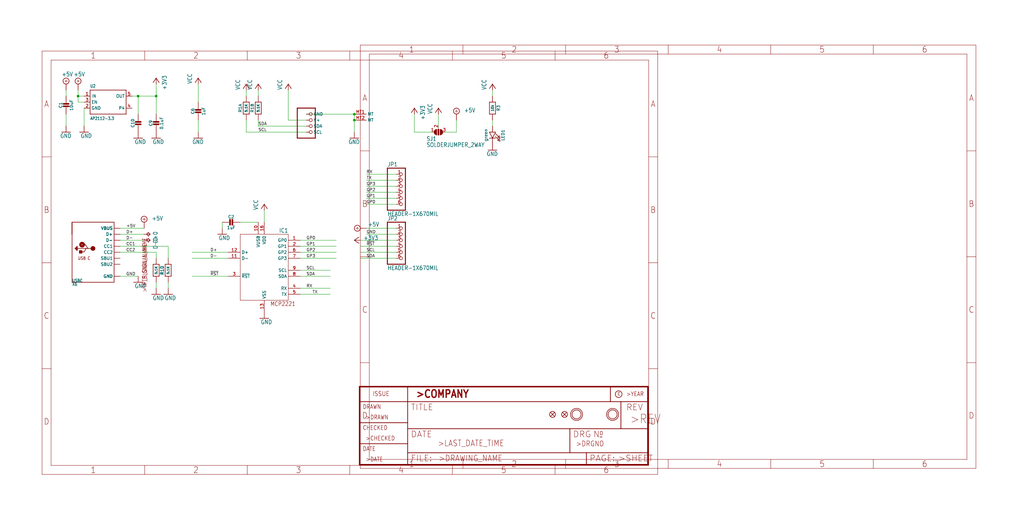
<source format=kicad_sch>
(kicad_sch (version 20211123) (generator eeschema)
  (paper "User" 433.07 220.421)
  (lib_symbols
    (symbol "eagleSchem-eagle-import:+3V3" (power)
      (property "Value" "+3V3" (at -2.54 -5.08 90))
      (symbol "+3V3_1_0"
        (polyline (pts (xy 0 0) (xy -1.27 -1.905)) (stroke (width 0.254)))
        (polyline (pts (xy 1.27 -1.905) (xy 0 0)) (stroke (width 0.254)))
        (pin power_in line (at 0 -2.54 90) (length 2.54) (name "+3V3") (number "1"))
      )
    )
    (symbol "eagleSchem-eagle-import:+5V" (power)
      (property "Value" "+5V" (at -1.905 3.175 0))
      (symbol "+5V_1_0"
        (polyline (pts (xy -0.635 1.27) (xy 0.635 1.27)) (stroke (width 0.1524)))
        (polyline (pts (xy 0 0.635) (xy 0 1.905)) (stroke (width 0.1524)))
        (circle (center 0 1.27) (radius 1.27) (stroke (width 0.254)))
        (pin power_in line (at 0 -2.54 90) (length 2.54) (name "+5V") (number "1"))
      )
    )
    (symbol "eagleSchem-eagle-import:CAP_CERAMIC0603_NO"
      (property "Reference" "C" (at -2.29 1.25 90))
      (property "Value" "CAP_CERAMIC0603_NO" (at 2.3 1.25 90))
      (symbol "CAP_CERAMIC0603_NO_1_0"
        (rectangle (start -1.27 0.508) (end 1.27 1.016) (fill (type outline)))
        (rectangle (start -1.27 1.524) (end 1.27 2.032) (fill (type outline)))
        (polyline (pts (xy 0 0.762) (xy 0 0)) (stroke (width 0.1524)))
        (polyline (pts (xy 0 2.54) (xy 0 1.778)) (stroke (width 0.1524)))
        (pin passive line (at 0 5.08 270) (length 2.54) (name "1") (number "1"))
        (pin passive line (at 0 -2.54 90) (length 2.54) (name "2") (number "2"))
      )
    )
    (symbol "eagleSchem-eagle-import:CAP_CERAMIC0805-NOOUTLINE"
      (property "Reference" "C" (at -2.29 1.25 90))
      (property "Value" "CAP_CERAMIC0805-NOOUTLINE" (at 2.3 1.25 90))
      (symbol "CAP_CERAMIC0805-NOOUTLINE_1_0"
        (rectangle (start -1.27 0.508) (end 1.27 1.016) (fill (type outline)))
        (rectangle (start -1.27 1.524) (end 1.27 2.032) (fill (type outline)))
        (polyline (pts (xy 0 0.762) (xy 0 0)) (stroke (width 0.1524)))
        (polyline (pts (xy 0 2.54) (xy 0 1.778)) (stroke (width 0.1524)))
        (pin passive line (at 0 5.08 270) (length 2.54) (name "1") (number "1"))
        (pin passive line (at 0 -2.54 90) (length 2.54) (name "2") (number "2"))
      )
    )
    (symbol "eagleSchem-eagle-import:FIDUCIAL_1MM"
      (symbol "FIDUCIAL_1MM_1_0"
        (polyline (pts (xy -0.762 0.762) (xy 0.762 -0.762)) (stroke (width 0.254)))
        (polyline (pts (xy 0.762 0.762) (xy -0.762 -0.762)) (stroke (width 0.254)))
        (circle (center 0 0) (radius 1.27) (stroke (width 0.254)))
      )
    )
    (symbol "eagleSchem-eagle-import:FRAME_A4"
      (symbol "FRAME_A4_0_0"
        (polyline (pts (xy 0 44.7675) (xy 3.81 44.7675)))
        (polyline (pts (xy 0 89.535) (xy 3.81 89.535)))
        (polyline (pts (xy 0 134.3025) (xy 3.81 134.3025)))
        (polyline (pts (xy 3.81 3.81) (xy 3.81 175.26)))
        (polyline (pts (xy 43.3917 0) (xy 43.3917 3.81)))
        (polyline (pts (xy 43.3917 175.26) (xy 43.3917 179.07)))
        (polyline (pts (xy 86.7833 0) (xy 86.7833 3.81)))
        (polyline (pts (xy 86.7833 175.26) (xy 86.7833 179.07)))
        (polyline (pts (xy 130.175 0) (xy 130.175 3.81)))
        (polyline (pts (xy 130.175 175.26) (xy 130.175 179.07)))
        (polyline (pts (xy 173.5667 0) (xy 173.5667 3.81)))
        (polyline (pts (xy 173.5667 175.26) (xy 173.5667 179.07)))
        (polyline (pts (xy 216.9583 0) (xy 216.9583 3.81)))
        (polyline (pts (xy 216.9583 175.26) (xy 216.9583 179.07)))
        (polyline (pts (xy 256.54 3.81) (xy 3.81 3.81)))
        (polyline (pts (xy 256.54 3.81) (xy 256.54 175.26)))
        (polyline (pts (xy 256.54 44.7675) (xy 260.35 44.7675)))
        (polyline (pts (xy 256.54 89.535) (xy 260.35 89.535)))
        (polyline (pts (xy 256.54 134.3025) (xy 260.35 134.3025)))
        (polyline (pts (xy 256.54 175.26) (xy 3.81 175.26)))
        (polyline (pts (xy 0 0) (xy 260.35 0) (xy 260.35 179.07) (xy 0 179.07) (xy 0 0)))
        (text "1" (at 21.6958 1.905 0) (effects (font (size 2.54 2.286))))
        (text "1" (at 21.6958 177.165 0) (effects (font (size 2.54 2.286))))
        (text "2" (at 65.0875 1.905 0) (effects (font (size 2.54 2.286))))
        (text "2" (at 65.0875 177.165 0) (effects (font (size 2.54 2.286))))
        (text "3" (at 108.4792 1.905 0) (effects (font (size 2.54 2.286))))
        (text "3" (at 108.4792 177.165 0) (effects (font (size 2.54 2.286))))
        (text "4" (at 151.8708 1.905 0) (effects (font (size 2.54 2.286))))
        (text "4" (at 151.8708 177.165 0) (effects (font (size 2.54 2.286))))
        (text "5" (at 195.2625 1.905 0) (effects (font (size 2.54 2.286))))
        (text "5" (at 195.2625 177.165 0) (effects (font (size 2.54 2.286))))
        (text "6" (at 238.6542 1.905 0) (effects (font (size 2.54 2.286))))
        (text "6" (at 238.6542 177.165 0) (effects (font (size 2.54 2.286))))
        (text "A" (at 1.905 156.6863 0) (effects (font (size 2.54 2.286))))
        (text "A" (at 258.445 156.6863 0) (effects (font (size 2.54 2.286))))
        (text "B" (at 1.905 111.9188 0) (effects (font (size 2.54 2.286))))
        (text "B" (at 258.445 111.9188 0) (effects (font (size 2.54 2.286))))
        (text "C" (at 1.905 67.1513 0) (effects (font (size 2.54 2.286))))
        (text "C" (at 258.445 67.1513 0) (effects (font (size 2.54 2.286))))
        (text "D" (at 1.905 22.3838 0) (effects (font (size 2.54 2.286))))
        (text "D" (at 258.445 22.3838 0) (effects (font (size 2.54 2.286))))
      )
      (symbol "FRAME_A4_1_0"
        (polyline (pts (xy 256.54 3.81) (xy 256.54 8.89)) (stroke (width 0.1016)))
        (polyline (pts (xy 256.54 8.89) (xy 256.54 13.97)) (stroke (width 0.1016)))
        (polyline (pts (xy 256.54 13.97) (xy 256.54 19.05)) (stroke (width 0.1016)))
        (polyline (pts (xy 256.54 19.05) (xy 256.54 36.83)) (stroke (width 0.1016)))
      )
      (symbol "FRAME_A4_2_0"
        (polyline (pts (xy -0.3048 1.5748) (xy 20.0152 1.5748)) (stroke (width 0.6096)))
        (polyline (pts (xy -0.3048 10.4648) (xy -0.3048 1.5748)) (stroke (width 0.6096)))
        (polyline (pts (xy -0.3048 10.4648) (xy 20.0152 10.4648)) (stroke (width 0.3048)))
        (polyline (pts (xy -0.3048 19.3548) (xy -0.3048 10.4648)) (stroke (width 0.6096)))
        (polyline (pts (xy -0.3048 19.3548) (xy 20.0152 19.3548)) (stroke (width 0.3048)))
        (polyline (pts (xy -0.3048 28.2448) (xy -0.3048 19.3548)) (stroke (width 0.6096)))
        (polyline (pts (xy -0.3048 28.2448) (xy 20.0152 28.2448)) (stroke (width 0.3048)))
        (polyline (pts (xy -0.3048 34.5948) (xy -0.3048 28.2448)) (stroke (width 0.6096)))
        (polyline (pts (xy 20.0152 1.5748) (xy 20.0152 6.6548)) (stroke (width 0.3048)))
        (polyline (pts (xy 20.0152 1.5748) (xy 95.5802 1.5748)) (stroke (width 0.6096)))
        (polyline (pts (xy 20.0152 6.6548) (xy 20.0152 10.4648)) (stroke (width 0.3048)))
        (polyline (pts (xy 20.0152 6.6548) (xy 88.5952 6.6548)) (stroke (width 0.3048)))
        (polyline (pts (xy 20.0152 10.4648) (xy 20.0152 16.8148)) (stroke (width 0.3048)))
        (polyline (pts (xy 20.0152 16.8148) (xy 20.0152 19.3548)) (stroke (width 0.3048)))
        (polyline (pts (xy 20.0152 19.3548) (xy 20.0152 28.2448)) (stroke (width 0.3048)))
        (polyline (pts (xy 20.0152 28.2448) (xy 20.0152 34.5948)) (stroke (width 0.3048)))
        (polyline (pts (xy 20.0152 28.2448) (xy 105.7402 28.2448)) (stroke (width 0.3048)))
        (polyline (pts (xy 20.0152 34.5948) (xy -0.3048 34.5948)) (stroke (width 0.6096)))
        (polyline (pts (xy 88.5952 6.6548) (xy 95.5802 6.6548)) (stroke (width 0.3048)))
        (polyline (pts (xy 88.5952 16.8148) (xy 20.0152 16.8148)) (stroke (width 0.3048)))
        (polyline (pts (xy 88.5952 16.8148) (xy 88.5952 6.6548)) (stroke (width 0.3048)))
        (polyline (pts (xy 95.5802 1.5748) (xy 121.6152 1.5748)) (stroke (width 0.6096)))
        (polyline (pts (xy 95.5802 6.6548) (xy 95.5802 1.5748)) (stroke (width 0.3048)))
        (polyline (pts (xy 95.5802 6.6548) (xy 121.6152 6.6548)) (stroke (width 0.3048)))
        (polyline (pts (xy 101.2952 13.3223) (xy 102.2477 13.3223)) (stroke (width 0.254)))
        (polyline (pts (xy 105.7402 28.2448) (xy 105.7402 34.5948)) (stroke (width 0.3048)))
        (polyline (pts (xy 105.7402 28.2448) (xy 110.1852 28.2448)) (stroke (width 0.3048)))
        (polyline (pts (xy 105.7402 34.5948) (xy 20.0152 34.5948)) (stroke (width 0.6096)))
        (polyline (pts (xy 110.1852 16.8148) (xy 88.5952 16.8148)) (stroke (width 0.3048)))
        (polyline (pts (xy 110.1852 28.2448) (xy 110.1852 16.8148)) (stroke (width 0.3048)))
        (polyline (pts (xy 110.1852 28.2448) (xy 121.6152 28.2448)) (stroke (width 0.3048)))
        (polyline (pts (xy 121.6152 6.6548) (xy 121.6152 1.5748)) (stroke (width 0.6096)))
        (polyline (pts (xy 121.6152 16.8148) (xy 110.1852 16.8148)) (stroke (width 0.3048)))
        (polyline (pts (xy 121.6152 16.8148) (xy 121.6152 6.6548)) (stroke (width 0.6096)))
        (polyline (pts (xy 121.6152 28.2448) (xy 121.6152 16.8148)) (stroke (width 0.6096)))
        (polyline (pts (xy 121.6152 34.5948) (xy 105.7402 34.5948)) (stroke (width 0.6096)))
        (polyline (pts (xy 121.6152 34.5948) (xy 121.6152 28.2448)) (stroke (width 0.6096)))
        (circle (center 109.2327 31.4198) (radius 1.4199) (stroke (width 0.254)))
        (text ">CHECKED" (at 2.2352 11.7348 0) (effects (font (size 1.778 1.5113)) (justify left bottom)))
        (text ">COMPANY" (at 23.349 29.6735 0) (effects (font (size 3.175 2.6987) (thickness 0.5397) bold) (justify left bottom)))
        (text ">DATE" (at 2.2352 2.8448 0) (effects (font (size 1.778 1.5113)) (justify left bottom)))
        (text ">DRAWING_NAME" (at 33.0327 2.8448 0) (effects (font (size 2.54 2.159)) (justify left bottom)))
        (text ">DRAWN" (at 2.2352 20.6248 0) (effects (font (size 1.778 1.5113)) (justify left bottom)))
        (text ">DRGNO" (at 91.1352 9.1948 0) (effects (font (size 2.1844 1.8567)) (justify left bottom)))
        (text ">LAST_DATE_TIME" (at 32.7152 9.1948 0) (effects (font (size 2.54 2.159)) (justify left bottom)))
        (text ">REV" (at 113.9952 18.7198 0) (effects (font (size 3.81 3.2385)) (justify left bottom)))
        (text ">SHEET" (at 108.9152 2.8448 0) (effects (font (size 2.54 2.54)) (justify left bottom)))
        (text ">YEAR" (at 112.4077 30.4673 0) (effects (font (size 1.778 1.5113)) (justify left bottom)))
        (text "C" (at 108.7564 30.7848 0) (effects (font (size 1.27 1.0795)) (justify left bottom)))
        (text "CHECKED" (at 0.9652 16.1798 0) (effects (font (size 1.778 1.5113)) (justify left bottom)))
        (text "DATE" (at 0.9652 7.2898 0) (effects (font (size 1.778 1.5113)) (justify left bottom)))
        (text "DATE" (at 21.2852 13.0048 0) (effects (font (size 2.54 2.54)) (justify left bottom)))
        (text "DRAWN" (at 0.9652 25.0698 0) (effects (font (size 1.778 1.5113)) (justify left bottom)))
        (text "DRG" (at 89.8652 13.0048 0) (effects (font (size 2.54 2.54)) (justify left bottom)))
        (text "FILE:" (at 21.2852 2.8448 0) (effects (font (size 2.54 2.54)) (justify left bottom)))
        (text "ISSUE" (at 5.0927 30.4673 0) (effects (font (size 1.9304 1.6408)) (justify left bottom)))
        (text "N" (at 98.4377 13.0048 0) (effects (font (size 2.54 2.54)) (justify left bottom)))
        (text "o" (at 100.9777 13.9573 0) (effects (font (size 2.1844 1.8567)) (justify left bottom)))
        (text "PAGE:" (at 96.8502 2.8448 0) (effects (font (size 2.54 2.54)) (justify left bottom)))
        (text "REV" (at 112.4077 24.4348 0) (effects (font (size 2.54 2.54)) (justify left bottom)))
        (text "TITLE" (at 21.2852 24.4348 0) (effects (font (size 2.54 2.54)) (justify left bottom)))
      )
    )
    (symbol "eagleSchem-eagle-import:GND" (power)
      (property "Value" "GND" (at -2.54 -2.54 0))
      (symbol "GND_1_0"
        (polyline (pts (xy -1.905 0) (xy 1.905 0)) (stroke (width 0.254)))
        (pin power_in line (at 0 2.54 270) (length 2.54) (name "GND") (number "1"))
      )
    )
    (symbol "eagleSchem-eagle-import:HEADER-1X670MIL"
      (property "Reference" "JP" (at -6.35 10.795 0))
      (property "Value" "HEADER-1X670MIL" (at -6.35 -10.16 0))
      (symbol "HEADER-1X670MIL_1_0"
        (polyline (pts (xy -6.35 -7.62) (xy 1.27 -7.62)) (stroke (width 0.4064)))
        (polyline (pts (xy -6.35 10.16) (xy -6.35 -7.62)) (stroke (width 0.4064)))
        (polyline (pts (xy 1.27 -7.62) (xy 1.27 10.16)) (stroke (width 0.4064)))
        (polyline (pts (xy 1.27 10.16) (xy -6.35 10.16)) (stroke (width 0.4064)))
        (pin passive inverted (at -2.54 7.62 0) (length 2.54) (name "1") (number "1"))
        (pin passive inverted (at -2.54 5.08 0) (length 2.54) (name "2") (number "2"))
        (pin passive inverted (at -2.54 2.54 0) (length 2.54) (name "3") (number "3"))
        (pin passive inverted (at -2.54 0 0) (length 2.54) (name "4") (number "4"))
        (pin passive inverted (at -2.54 -2.54 0) (length 2.54) (name "5") (number "5"))
        (pin passive inverted (at -2.54 -5.08 0) (length 2.54) (name "6") (number "6"))
      )
    )
    (symbol "eagleSchem-eagle-import:LED0603_NOOUTLINE"
      (property "Reference" "D" (at -1.27 4.445 0))
      (property "Value" "LED0603_NOOUTLINE" (at -1.27 -2.794 0))
      (symbol "LED0603_NOOUTLINE_1_0"
        (polyline (pts (xy -2.54 -1.27) (xy 0 0)) (stroke (width 0.254)))
        (polyline (pts (xy -2.54 1.27) (xy -2.54 -1.27)) (stroke (width 0.254)))
        (polyline (pts (xy -1.905 1.27) (xy -0.635 2.54)) (stroke (width 0.254)))
        (polyline (pts (xy -0.9525 2.8575) (xy -0.3175 2.2225)) (stroke (width 0.254)))
        (polyline (pts (xy -0.635 1.27) (xy 0.635 2.54)) (stroke (width 0.254)))
        (polyline (pts (xy -0.3175 2.2225) (xy 0 3.175)) (stroke (width 0.254)))
        (polyline (pts (xy 0 0) (xy -2.54 1.27)) (stroke (width 0.254)))
        (polyline (pts (xy 0 0) (xy 0 -1.27)) (stroke (width 0.254)))
        (polyline (pts (xy 0 1.27) (xy 0 0)) (stroke (width 0.254)))
        (polyline (pts (xy 0 3.175) (xy -0.9525 2.8575)) (stroke (width 0.254)))
        (polyline (pts (xy 0.3175 2.8575) (xy 0.9525 2.2225)) (stroke (width 0.254)))
        (polyline (pts (xy 0.9525 2.2225) (xy 1.27 3.175)) (stroke (width 0.254)))
        (polyline (pts (xy 1.27 3.175) (xy 0.3175 2.8575)) (stroke (width 0.254)))
        (pin passive line (at -5.08 0 0) (length 2.54) (name "A") (number "A"))
        (pin passive line (at 2.54 0 180) (length 2.54) (name "C") (number "C"))
      )
    )
    (symbol "eagleSchem-eagle-import:MCP2221_ML"
      (property "Reference" "IC" (at 10.16 15.24 0))
      (symbol "MCP2221_ML_1_0"
        (polyline (pts (xy -10.16 -15.24) (xy -10.16 12.7)) (stroke (width 0.1524)))
        (polyline (pts (xy -10.16 12.7) (xy 10.16 12.7)) (stroke (width 0.1524)))
        (polyline (pts (xy 10.16 -15.24) (xy -10.16 -15.24)) (stroke (width 0.1524)))
        (polyline (pts (xy 10.16 12.7) (xy 10.16 -15.24)) (stroke (width 0.1524)))
        (text "MCP2221" (at 2.54 -17.78 0) (effects (font (size 1.778 1.5113)) (justify left bottom)))
        (pin bidirectional line (at 15.24 10.16 180) (length 5.08) (name "GP0") (number "1"))
        (pin power_in line (at -2.54 17.78 270) (length 5.08) (name "VUSB") (number "10"))
        (pin bidirectional line (at -15.24 2.54 0) (length 5.08) (name "D-") (number "11"))
        (pin bidirectional line (at -15.24 5.08 0) (length 5.08) (name "D+") (number "12"))
        (pin power_in line (at 0 -20.32 90) (length 5.08) (name "VSS") (number "13"))
        (pin power_in line (at 0 17.78 270) (length 5.08) (name "VDD") (number "16"))
        (pin bidirectional line (at 15.24 7.62 180) (length 5.08) (name "GP1") (number "2"))
        (pin input line (at -15.24 -5.08 0) (length 5.08) (name "~{RST}") (number "3"))
        (pin bidirectional line (at 15.24 -10.16 180) (length 5.08) (name "RX") (number "4"))
        (pin bidirectional line (at 15.24 -12.7 180) (length 5.08) (name "TX") (number "5"))
        (pin bidirectional line (at 15.24 5.08 180) (length 5.08) (name "GP2") (number "6"))
        (pin bidirectional line (at 15.24 2.54 180) (length 5.08) (name "GP3") (number "7"))
        (pin bidirectional line (at 15.24 -5.08 180) (length 5.08) (name "SDA") (number "8"))
        (pin bidirectional line (at 15.24 -2.54 180) (length 5.08) (name "SCL") (number "9"))
      )
    )
    (symbol "eagleSchem-eagle-import:MOUNTINGHOLE2.5"
      (symbol "MOUNTINGHOLE2.5_1_0"
        (circle (center 0 0) (radius 1.905) (stroke (width 0.254)))
        (circle (center 0 0) (radius 2.54) (stroke (width 0.254)))
      )
    )
    (symbol "eagleSchem-eagle-import:RESISTOR_0603_NOOUT"
      (property "Reference" "R" (at 0 2.54 0))
      (property "Value" "RESISTOR_0603_NOOUT" (at 0 0 0))
      (symbol "RESISTOR_0603_NOOUT_1_0"
        (polyline (pts (xy -2.54 -1.27) (xy -2.54 1.27)) (stroke (width 0.254)))
        (polyline (pts (xy -2.54 1.27) (xy 2.54 1.27)) (stroke (width 0.254)))
        (polyline (pts (xy 2.54 -1.27) (xy -2.54 -1.27)) (stroke (width 0.254)))
        (polyline (pts (xy 2.54 1.27) (xy 2.54 -1.27)) (stroke (width 0.254)))
        (pin passive line (at -5.08 0 0) (length 2.54) (name "1") (number "1"))
        (pin passive line (at 5.08 0 180) (length 2.54) (name "2") (number "2"))
      )
    )
    (symbol "eagleSchem-eagle-import:RESISTOR_4PACK"
      (property "Reference" "R" (at 0 2.54 0))
      (property "Value" "RESISTOR_4PACK" (at 0 0 0))
      (symbol "RESISTOR_4PACK_1_0"
        (polyline (pts (xy -2.54 -1.27) (xy -2.54 1.27)) (stroke (width 0.254)))
        (polyline (pts (xy -2.54 1.27) (xy 2.54 1.27)) (stroke (width 0.254)))
        (polyline (pts (xy 2.54 -1.27) (xy -2.54 -1.27)) (stroke (width 0.254)))
        (polyline (pts (xy 2.54 1.27) (xy 2.54 -1.27)) (stroke (width 0.254)))
        (pin passive line (at -5.08 0 0) (length 2.54) (name "1") (number "1"))
        (pin passive line (at 5.08 0 180) (length 2.54) (name "2") (number "8"))
      )
      (symbol "RESISTOR_4PACK_2_0"
        (polyline (pts (xy -2.54 -1.27) (xy -2.54 1.27)) (stroke (width 0.254)))
        (polyline (pts (xy -2.54 1.27) (xy 2.54 1.27)) (stroke (width 0.254)))
        (polyline (pts (xy 2.54 -1.27) (xy -2.54 -1.27)) (stroke (width 0.254)))
        (polyline (pts (xy 2.54 1.27) (xy 2.54 -1.27)) (stroke (width 0.254)))
        (pin passive line (at -5.08 0 0) (length 2.54) (name "1") (number "2"))
        (pin passive line (at 5.08 0 180) (length 2.54) (name "2") (number "7"))
      )
      (symbol "RESISTOR_4PACK_3_0"
        (polyline (pts (xy -2.54 -1.27) (xy -2.54 1.27)) (stroke (width 0.254)))
        (polyline (pts (xy -2.54 1.27) (xy 2.54 1.27)) (stroke (width 0.254)))
        (polyline (pts (xy 2.54 -1.27) (xy -2.54 -1.27)) (stroke (width 0.254)))
        (polyline (pts (xy 2.54 1.27) (xy 2.54 -1.27)) (stroke (width 0.254)))
        (pin passive line (at -5.08 0 0) (length 2.54) (name "1") (number "3"))
        (pin passive line (at 5.08 0 180) (length 2.54) (name "2") (number "6"))
      )
      (symbol "RESISTOR_4PACK_4_0"
        (polyline (pts (xy -2.54 -1.27) (xy -2.54 1.27)) (stroke (width 0.254)))
        (polyline (pts (xy -2.54 1.27) (xy 2.54 1.27)) (stroke (width 0.254)))
        (polyline (pts (xy 2.54 -1.27) (xy -2.54 -1.27)) (stroke (width 0.254)))
        (polyline (pts (xy 2.54 1.27) (xy 2.54 -1.27)) (stroke (width 0.254)))
        (pin passive line (at -5.08 0 0) (length 2.54) (name "1") (number "4"))
        (pin passive line (at 5.08 0 180) (length 2.54) (name "2") (number "5"))
      )
    )
    (symbol "eagleSchem-eagle-import:SOLDERJUMPER_2WAY"
      (property "Reference" "SJ" (at -5.08 -3.81 0))
      (property "Value" "SOLDERJUMPER_2WAY" (at -5.08 -6.35 0))
      (symbol "SOLDERJUMPER_2WAY_1_0"
        (arc (start -0.635 1.27) (mid -1.905 0) (end -0.635 -1.27) (stroke (width 0.0001)) (fill (type outline)))
        (rectangle (start -0.254 -1.27) (end 0.254 1.27) (fill (type outline)))
        (polyline (pts (xy -2.54 0) (xy -1.651 0)) (stroke (width 0.1524)))
        (polyline (pts (xy 0 2.54) (xy 0 0.381)) (stroke (width 0.1524)))
        (polyline (pts (xy 2.54 0) (xy 1.651 0)) (stroke (width 0.1524)))
        (arc (start 0.635 -1.27) (mid 1.905 0) (end 0.635 1.27) (stroke (width 0.0001)) (fill (type outline)))
        (pin passive line (at -2.54 0 0) (length 0) (name "1") (number "1"))
        (pin passive line (at 0 2.54 270) (length 0) (name "2") (number "2"))
        (pin passive line (at 2.54 0 180) (length 0) (name "3") (number "3"))
      )
    )
    (symbol "eagleSchem-eagle-import:STEMMA_I2C_QT"
      (symbol "STEMMA_I2C_QT_1_0"
        (polyline (pts (xy -3.81 -5.08) (xy 3.81 -5.08)) (stroke (width 0.4064)))
        (polyline (pts (xy -3.81 7.62) (xy -3.81 -5.08)) (stroke (width 0.4064)))
        (polyline (pts (xy 3.81 -5.08) (xy 3.81 7.62)) (stroke (width 0.4064)))
        (polyline (pts (xy 3.81 7.62) (xy -3.81 7.62)) (stroke (width 0.4064)))
        (pin passive inverted (at 0 5.08 0) (length 2.54) (name "GND") (number "1"))
        (pin passive inverted (at 0 2.54 0) (length 2.54) (name "V+") (number "2"))
        (pin passive inverted (at 0 0 0) (length 2.54) (name "SDA") (number "3"))
        (pin passive inverted (at 0 -2.54 0) (length 2.54) (name "SCL") (number "4"))
      )
      (symbol "STEMMA_I2C_QT_2_0"
        (pin bidirectional line (at 0 0 0) (length 5.08) (name "MT") (number "MT1"))
      )
      (symbol "STEMMA_I2C_QT_3_0"
        (pin bidirectional line (at 0 0 0) (length 5.08) (name "MT") (number "MT2"))
      )
    )
    (symbol "eagleSchem-eagle-import:TPTP17R"
      (property "Reference" "TP" (at -1.27 1.27 0))
      (symbol "TPTP17R_1_0"
        (polyline (pts (xy -0.762 -0.762) (xy 0 0)) (stroke (width 0.254)))
        (polyline (pts (xy 0 -1.524) (xy -0.762 -0.762)) (stroke (width 0.254)))
        (polyline (pts (xy 0 0) (xy 0.762 -0.762)) (stroke (width 0.254)))
        (polyline (pts (xy 0.762 -0.762) (xy 0 -1.524)) (stroke (width 0.254)))
        (text ">TP_SIGNAL_NAME" (at 1.27 -1.27 0) (effects (font (size 1.778 1.5113)) (justify left bottom)))
        (pin input line (at 0 -2.54 90) (length 2.54) (name "TP") (number "TP"))
      )
    )
    (symbol "eagleSchem-eagle-import:USB_C"
      (property "Reference" "X" (at -10.16 13.716 0))
      (property "Value" "USB_C" (at -10.16 -15.24 0))
      (symbol "USB_C_1_0"
        (rectangle (start -7.12 -0.45) (end -5.92 0.75) (fill (type outline)))
        (circle (center -5.92 3.2) (radius 0.2) (stroke (width 1)))
        (circle (center -1.32 1.6) (radius 0.5) (stroke (width 1)))
        (polyline (pts (xy -10.2 7.62) (xy -10.16 12.7)) (stroke (width 0.254)))
        (polyline (pts (xy -10.16 -12.7) (xy 7.62 -12.7)) (stroke (width 0.254)))
        (polyline (pts (xy -10.16 12.7) (xy -10.16 -12.7)) (stroke (width 0.254)))
        (polyline (pts (xy -10.16 12.7) (xy 7.62 12.7)) (stroke (width 0.254)))
        (polyline (pts (xy -8.92 1.6) (xy -8.12 2.4)) (stroke (width 0.254)))
        (polyline (pts (xy -8.52 1.4) (xy -8.32 1.2)) (stroke (width 0.254)))
        (polyline (pts (xy -8.52 1.6) (xy -8.52 1.4)) (stroke (width 0.254)))
        (polyline (pts (xy -8.32 1.2) (xy -8.32 2)) (stroke (width 0.254)))
        (polyline (pts (xy -8.32 2) (xy -8.72 1.6)) (stroke (width 0.254)))
        (polyline (pts (xy -8.12 0.8) (xy -8.92 1.6)) (stroke (width 0.254)))
        (polyline (pts (xy -8.12 1) (xy -8.12 2.4)) (stroke (width 0.254)))
        (polyline (pts (xy -8.12 2.4) (xy -7.92 2.4)) (stroke (width 0.254)))
        (polyline (pts (xy -7.92 0.8) (xy -8.12 0.8)) (stroke (width 0.254)))
        (polyline (pts (xy -7.92 1.6) (xy -7.92 0.8)) (stroke (width 0.254)))
        (polyline (pts (xy -7.92 2.4) (xy -7.92 1.6)) (stroke (width 0.254)))
        (polyline (pts (xy -6.27 0.15) (xy -5.07 0.15)) (stroke (width 0.254)))
        (polyline (pts (xy -5.52 3.2) (xy -4.52 3.2)) (stroke (width 0.254)))
        (polyline (pts (xy -5.07 0.15) (xy -4.22 1.6)) (stroke (width 0.254)))
        (polyline (pts (xy -4.52 3.2) (xy -3.47 1.6)) (stroke (width 0.254)))
        (polyline (pts (xy -4.22 1.6) (xy -7.92 1.6)) (stroke (width 0.254)))
        (polyline (pts (xy -3.47 1.6) (xy -4.22 1.6)) (stroke (width 0.254)))
        (polyline (pts (xy -1.32 1.6) (xy -3.47 1.6)) (stroke (width 0.254)))
        (polyline (pts (xy 7.62 12.7) (xy 7.62 -12.7)) (stroke (width 0.254)))
        (text "USB C" (at -5.08 -2.54 0) (effects (font (size 1.27 1.0795))))
        (pin power_in line (at 10.16 -10.16 180) (length 2.54) (name "GND") (number "A1B12"))
        (pin power_in line (at 10.16 10.16 180) (length 2.54) (name "VBUS") (number "A4B9"))
        (pin bidirectional line (at 10.16 2.54 180) (length 2.54) (name "CC1") (number "A5"))
        (pin bidirectional line (at 10.16 7.62 180) (length 2.54) (name "D+") (number "A6"))
        (pin bidirectional line (at 10.16 5.08 180) (length 2.54) (name "D-") (number "A7"))
        (pin bidirectional line (at 10.16 -2.54 180) (length 2.54) (name "SBU1") (number "A8"))
        (pin power_in line (at 10.16 -10.16 180) (length 2.54) (name "GND") (number "B1A12"))
        (pin power_in line (at 10.16 10.16 180) (length 2.54) (name "VBUS") (number "B4A9"))
        (pin bidirectional line (at 10.16 0 180) (length 2.54) (name "CC2") (number "B5"))
        (pin bidirectional line (at 10.16 7.62 180) (length 2.54) (name "D+") (number "B6"))
        (pin bidirectional line (at 10.16 5.08 180) (length 2.54) (name "D-") (number "B7"))
        (pin bidirectional line (at 10.16 -5.08 180) (length 2.54) (name "SBU2") (number "B8"))
      )
    )
    (symbol "eagleSchem-eagle-import:VCC" (power)
      (property "Value" "VCC" (at -2.54 -2.54 90))
      (symbol "VCC_1_0"
        (polyline (pts (xy 0 0) (xy -1.27 -1.905)) (stroke (width 0.254)))
        (polyline (pts (xy 1.27 -1.905) (xy 0 0)) (stroke (width 0.254)))
        (pin power_in line (at 0 -2.54 90) (length 2.54) (name "VCC") (number "1"))
      )
    )
    (symbol "eagleSchem-eagle-import:VREG_SOT23-5"
      (property "Reference" "U" (at -7.62 6.096 0))
      (property "Value" "VREG_SOT23-5" (at -7.62 -7.62 0))
      (symbol "VREG_SOT23-5_1_0"
        (polyline (pts (xy -7.62 -5.08) (xy -7.62 5.08)) (stroke (width 0.254)))
        (polyline (pts (xy -7.62 5.08) (xy 7.62 5.08)) (stroke (width 0.254)))
        (polyline (pts (xy 7.62 -5.08) (xy -7.62 -5.08)) (stroke (width 0.254)))
        (polyline (pts (xy 7.62 5.08) (xy 7.62 -5.08)) (stroke (width 0.254)))
        (pin power_in line (at -10.16 2.54 0) (length 2.54) (name "IN") (number "1"))
        (pin power_in line (at -10.16 -2.54 0) (length 2.54) (name "GND") (number "2"))
        (pin input line (at -10.16 0 0) (length 2.54) (name "EN") (number "3"))
        (pin bidirectional line (at 10.16 -2.54 180) (length 2.54) (name "P4") (number "4"))
        (pin power_in line (at 10.16 2.54 180) (length 2.54) (name "OUT") (number "5"))
      )
    )
  )
  (junction (at 58.42 40.64))
  (junction (at 149.86 50.8))
  (junction (at 33.02 40.64))
  (junction (at 66.04 40.64))
  (junction (at 149.86 48.26))
  (wire (pts (xy 83.82 35.56) (xy 83.82 43.18)))
  (wire (pts (xy 111.76 88.9) (xy 111.76 93.98)))
  (wire (pts (xy 175.26 48.26) (xy 175.26 55.88)))
  (wire (pts (xy 109.22 38.1) (xy 109.22 40.64)))
  (wire (pts (xy 66.04 106.68) (xy 66.04 109.22)))
  (wire (pts (xy 104.14 38.1) (xy 104.14 40.64)))
  (wire (pts (xy 104.14 55.88) (xy 129.54 55.88)))
  (wire (pts (xy 50.8 106.68) (xy 66.04 106.68)))
  (wire (pts (xy 129.54 50.8) (xy 121.92 50.8)))
  (wire (pts (xy 167.64 104.14) (xy 152.4 104.14)))
  (wire (pts (xy 127 114.3) (xy 139.7 114.3)))
  (wire (pts (xy 71.12 104.14) (xy 71.12 109.22)))
  (wire (pts (xy 50.8 99.06) (xy 60.96 99.06)))
  (wire (pts (xy 35.56 45.72) (xy 35.56 53.34)))
  (wire (pts (xy 127 106.68) (xy 142.24 106.68)))
  (wire (pts (xy 109.22 53.34) (xy 109.22 50.8)))
  (wire (pts (xy 35.56 40.64) (xy 33.02 40.64)))
  (wire (pts (xy 83.82 55.88) (xy 83.82 50.8)))
  (wire (pts (xy 167.64 99.06) (xy 154.94 99.06)))
  (wire (pts (xy 27.94 48.26) (xy 27.94 53.34)))
  (wire (pts (xy 185.42 48.26) (xy 185.42 53.34)))
  (wire (pts (xy 167.64 81.28) (xy 154.94 81.28)))
  (wire (pts (xy 127 101.6) (xy 142.24 101.6)))
  (wire (pts (xy 175.26 55.88) (xy 182.88 55.88)))
  (wire (pts (xy 66.04 40.64) (xy 66.04 48.26)))
  (wire (pts (xy 33.02 40.64) (xy 33.02 38.1)))
  (wire (pts (xy 142.24 109.22) (xy 127 109.22)))
  (wire (pts (xy 104.14 50.8) (xy 104.14 55.88)))
  (wire (pts (xy 167.64 96.52) (xy 154.94 96.52)))
  (wire (pts (xy 149.86 50.8) (xy 149.86 48.26)))
  (wire (pts (xy 93.98 96.52) (xy 93.98 93.98)))
  (wire (pts (xy 208.28 53.34) (xy 208.28 50.8)))
  (wire (pts (xy 66.04 119.38) (xy 66.04 121.92)))
  (wire (pts (xy 58.42 40.64) (xy 66.04 40.64)))
  (wire (pts (xy 129.54 53.34) (xy 109.22 53.34)))
  (wire (pts (xy 139.7 116.84) (xy 127 116.84)))
  (wire (pts (xy 167.64 101.6) (xy 152.4 101.6)))
  (wire (pts (xy 127 121.92) (xy 139.7 121.92)))
  (wire (pts (xy 101.6 93.98) (xy 109.22 93.98)))
  (wire (pts (xy 55.88 40.64) (xy 58.42 40.64)))
  (wire (pts (xy 58.42 116.84) (xy 50.8 116.84)))
  (wire (pts (xy 167.64 106.68) (xy 152.4 106.68)))
  (wire (pts (xy 208.28 38.1) (xy 208.28 40.64)))
  (wire (pts (xy 167.64 78.74) (xy 154.94 78.74)))
  (wire (pts (xy 149.86 48.26) (xy 129.54 48.26)))
  (wire (pts (xy 167.64 76.2) (xy 154.94 76.2)))
  (wire (pts (xy 71.12 121.92) (xy 71.12 119.38)))
  (wire (pts (xy 149.86 50.8) (xy 149.86 55.88)))
  (wire (pts (xy 167.64 83.82) (xy 154.94 83.82)))
  (wire (pts (xy 60.96 96.52) (xy 50.8 96.52)))
  (wire (pts (xy 58.42 48.26) (xy 58.42 40.64)))
  (wire (pts (xy 152.4 109.22) (xy 167.64 109.22)))
  (wire (pts (xy 50.8 104.14) (xy 71.12 104.14)))
  (wire (pts (xy 27.94 38.1) (xy 27.94 40.64)))
  (wire (pts (xy 121.92 38.1) (xy 121.92 50.8)))
  (wire (pts (xy 81.28 109.22) (xy 96.52 109.22)))
  (wire (pts (xy 142.24 104.14) (xy 127 104.14)))
  (wire (pts (xy 187.96 55.88) (xy 193.04 55.88)))
  (wire (pts (xy 139.7 124.46) (xy 127 124.46)))
  (wire (pts (xy 66.04 40.64) (xy 66.04 35.56)))
  (wire (pts (xy 33.02 40.64) (xy 33.02 43.18)))
  (wire (pts (xy 193.04 55.88) (xy 193.04 50.8)))
  (wire (pts (xy 167.64 86.36) (xy 154.94 86.36)))
  (wire (pts (xy 33.02 43.18) (xy 35.56 43.18)))
  (wire (pts (xy 96.52 106.68) (xy 81.28 106.68)))
  (wire (pts (xy 96.52 116.84) (xy 81.28 116.84)))
  (wire (pts (xy 167.64 73.66) (xy 154.94 73.66)))
  (wire (pts (xy 50.8 101.6) (xy 60.96 101.6)))
  (label "SDA" (at 109.22 53.34 0) (effects (font (size 1.2446 1.2446))))
  (label "GP3" (at 129.54 109.22 0) (effects (font (size 1.2446 1.2446))))
  (label "~{RST}" (at 154.94 104.14 0) (effects (font (size 1.2446 1.2446))))
  (label "GP0" (at 129.54 101.6 0) (effects (font (size 1.2446 1.2446))))
  (label "GP3" (at 154.94 78.74 0) (effects (font (size 1.2446 1.2446))))
  (label "~{RST}" (at 88.9 116.84 0) (effects (font (size 1.2446 1.2446))))
  (label "RX" (at 129.54 121.92 0) (effects (font (size 1.2446 1.2446))))
  (label "SCL" (at 154.94 106.68 0) (effects (font (size 1.2446 1.2446))))
  (label "GP1" (at 129.54 104.14 0) (effects (font (size 1.2446 1.2446))))
  (label "GP0" (at 154.94 86.36 0) (effects (font (size 1.2446 1.2446))))
  (label "D+" (at 53.34 99.06 0) (effects (font (size 1.2446 1.2446))))
  (label "RX" (at 154.94 73.66 0) (effects (font (size 1.2446 1.2446))))
  (label "GP1" (at 154.94 83.82 0) (effects (font (size 1.2446 1.2446))))
  (label "GND" (at 53.34 116.84 0) (effects (font (size 1.2446 1.2446))))
  (label "GP2" (at 129.54 106.68 0) (effects (font (size 1.2446 1.2446))))
  (label "TX" (at 154.94 76.2 0) (effects (font (size 1.2446 1.2446))))
  (label "GND" (at 154.94 99.06 0) (effects (font (size 1.2446 1.2446))))
  (label "CC1" (at 53.34 104.14 0) (effects (font (size 1.2446 1.2446))))
  (label "D-" (at 88.9 109.22 0) (effects (font (size 1.2446 1.2446))))
  (label "CC2" (at 53.34 106.68 0) (effects (font (size 1.2446 1.2446))))
  (label "+5V" (at 53.34 96.52 0) (effects (font (size 1.2446 1.2446))))
  (label "TX" (at 132.08 124.46 0) (effects (font (size 1.2446 1.2446))))
  (label "SCL" (at 129.54 114.3 0) (effects (font (size 1.2446 1.2446))))
  (label "GP2" (at 154.94 81.28 0) (effects (font (size 1.2446 1.2446))))
  (label "D-" (at 53.34 101.6 0) (effects (font (size 1.2446 1.2446))))
  (label "D+" (at 88.9 106.68 0) (effects (font (size 1.2446 1.2446))))
  (label "SDA" (at 129.54 116.84 0) (effects (font (size 1.2446 1.2446))))
  (label "SCL" (at 109.22 55.88 0) (effects (font (size 1.2446 1.2446))))
  (label "SDA" (at 154.94 109.22 0) (effects (font (size 1.2446 1.2446))))
  (symbol (lib_id "eagleSchem-eagle-import:GND") (at 71.12 124.46 0) (unit 1)
    (property "Reference" "#U$14" (effects hide))
    (property "Value" "GND" (at 69.596 127 0) (effects (font (size 1.778 1.5113)) (justify left bottom)))
    (property "Footprint" "eagleSchem:" (effects hide))
  )
  (symbol (lib_id "eagleSchem-eagle-import:HEADER-1X670MIL") (at 170.18 104.14 0) (unit 1)
    (property "Reference" "JP2" (at 163.83 93.345 0) (effects (font (size 1.778 1.5113)) (justify left bottom)))
    (property "Value" "HEADER-1X670MIL" (at 163.83 114.3 0) (effects (font (size 1.778 1.5113)) (justify left bottom)))
    (property "Footprint" "eagleSchem:1X06_ROUND_70" (effects hide))
  )
  (symbol (lib_id "eagleSchem-eagle-import:RESISTOR_0603_NOOUT") (at 208.28 45.72 270) (unit 1)
    (property "Reference" "R3" (at 210.82 45.72 0))
    (property "Value" "10k" (at 208.28 45.72 0) (effects (font (size 1.016 1.016) bold)))
    (property "Footprint" "eagleSchem:0603-NO" (effects hide))
  )
  (symbol (lib_id "eagleSchem-eagle-import:VCC") (at 104.14 35.56 0) (unit 1)
    (property "Reference" "#P+6" (effects hide))
    (property "Value" "VCC" (at 101.6 38.1 90) (effects (font (size 1.778 1.5113)) (justify left bottom)))
    (property "Footprint" "eagleSchem:" (effects hide))
  )
  (symbol (lib_id "eagleSchem-eagle-import:LED0603_NOOUTLINE") (at 208.28 58.42 270) (unit 1)
    (property "Reference" "LED1" (at 212.725 57.15 0))
    (property "Value" "green" (at 205.486 57.15 0))
    (property "Footprint" "eagleSchem:CHIPLED_0603_NOOUTLINE" (effects hide))
  )
  (symbol (lib_id "eagleSchem-eagle-import:CAP_CERAMIC0603_NO") (at 96.52 93.98 270) (unit 1)
    (property "Reference" "C2" (at 97.77 91.69 90))
    (property "Value" "1uF" (at 97.77 96.28 90))
    (property "Footprint" "eagleSchem:0603-NO" (effects hide))
  )
  (symbol (lib_id "eagleSchem-eagle-import:GND") (at 35.56 55.88 0) (unit 1)
    (property "Reference" "#U$30" (effects hide))
    (property "Value" "GND" (at 34.036 58.42 0) (effects (font (size 1.778 1.5113)) (justify left bottom)))
    (property "Footprint" "eagleSchem:" (effects hide))
  )
  (symbol (lib_id "eagleSchem-eagle-import:GND") (at 149.86 58.42 0) (unit 1)
    (property "Reference" "#GND1" (effects hide))
    (property "Value" "GND" (at 147.32 60.96 0) (effects (font (size 1.778 1.5113)) (justify left bottom)))
    (property "Footprint" "eagleSchem:" (effects hide))
  )
  (symbol (lib_id "eagleSchem-eagle-import:VCC") (at 83.82 33.02 0) (unit 1)
    (property "Reference" "#P+4" (effects hide))
    (property "Value" "VCC" (at 81.28 35.56 90) (effects (font (size 1.778 1.5113)) (justify left bottom)))
    (property "Footprint" "eagleSchem:" (effects hide))
  )
  (symbol (lib_id "eagleSchem-eagle-import:FIDUCIAL_1MM") (at 238.76 175.26 0) (unit 1)
    (property "Reference" "FID1" (effects hide))
    (property "Value" "FIDUCIAL_1MM" (effects hide))
    (property "Footprint" "eagleSchem:FIDUCIAL_1MM" (effects hide))
  )
  (symbol (lib_id "eagleSchem-eagle-import:+3V3") (at 66.04 33.02 0) (mirror y) (unit 1)
    (property "Reference" "#+3V4" (effects hide))
    (property "Value" "+3V3" (at 68.58 38.1 90) (effects (font (size 1.778 1.5113)) (justify left bottom)))
    (property "Footprint" "eagleSchem:" (effects hide))
  )
  (symbol (lib_id "eagleSchem-eagle-import:GND") (at 208.28 63.5 0) (unit 1)
    (property "Reference" "#GND2" (effects hide))
    (property "Value" "GND" (at 205.74 66.04 0) (effects (font (size 1.778 1.5113)) (justify left bottom)))
    (property "Footprint" "eagleSchem:" (effects hide))
  )
  (symbol (lib_id "eagleSchem-eagle-import:STEMMA_I2C_QT") (at 149.86 50.8 0) (unit 3)
    (property "Reference" "CONN1" (effects hide))
    (property "Value" "STEMMA_I2C_QT" (effects hide))
    (property "Footprint" "eagleSchem:JST_SH4" (effects hide))
  )
  (symbol (lib_id "eagleSchem-eagle-import:TPTP17R") (at 63.5 99.06 270) (unit 1)
    (property "Reference" "D+0" (at 64.77 97.79 0) (effects (font (size 1.778 1.5113)) (justify left bottom)))
    (property "Value" "TPTP17R" (effects hide))
    (property "Footprint" "eagleSchem:TP17R" (effects hide))
  )
  (symbol (lib_id "eagleSchem-eagle-import:RESISTOR_4PACK") (at 109.22 45.72 90) (unit 2)
    (property "Reference" "R1" (at 106.68 45.72 0))
    (property "Value" "5.1K" (at 109.22 45.72 0) (effects (font (size 1.016 1.016) bold)))
    (property "Footprint" "eagleSchem:RESPACK_4X0603" (effects hide))
  )
  (symbol (lib_id "eagleSchem-eagle-import:+5V") (at 193.04 48.26 0) (unit 1)
    (property "Reference" "#SUPPLY2" (effects hide))
    (property "Value" "+5V" (at 196.215 47.625 0) (effects (font (size 1.778 1.5113)) (justify left bottom)))
    (property "Footprint" "eagleSchem:" (effects hide))
  )
  (symbol (lib_id "eagleSchem-eagle-import:GND") (at 58.42 119.38 0) (unit 1)
    (property "Reference" "#U$12" (effects hide))
    (property "Value" "GND" (at 56.896 121.92 0) (effects (font (size 1.778 1.5113)) (justify left bottom)))
    (property "Footprint" "eagleSchem:" (effects hide))
  )
  (symbol (lib_id "eagleSchem-eagle-import:USB_C") (at 40.64 106.68 0) (unit 1)
    (property "Reference" "X6" (at 30.48 120.904 0) (effects (font (size 1.27 1.0795)) (justify left bottom)))
    (property "Value" "USBC" (at 30.48 119.38 0) (effects (font (size 1.27 1.0795)) (justify left bottom)))
    (property "Footprint" "eagleSchem:USB_C_CUSB31-CFM2AX-01-X" (effects hide))
  )
  (symbol (lib_id "eagleSchem-eagle-import:GND") (at 66.04 124.46 0) (unit 1)
    (property "Reference" "#U$10" (effects hide))
    (property "Value" "GND" (at 64.516 127 0) (effects (font (size 1.778 1.5113)) (justify left bottom)))
    (property "Footprint" "eagleSchem:" (effects hide))
  )
  (symbol (lib_id "eagleSchem-eagle-import:MCP2221_ML") (at 111.76 111.76 0) (unit 1)
    (property "Reference" "IC1" (at 121.92 96.52 0) (effects (font (size 1.778 1.5113)) (justify right top)))
    (property "Value" "MCP2221_ML" (effects hide))
    (property "Footprint" "eagleSchem:QFN16_4MM" (effects hide))
  )
  (symbol (lib_id "eagleSchem-eagle-import:FRAME_A4") (at 17.78 200.66 0) (unit 1)
    (property "Reference" "#FRAME1" (effects hide))
    (property "Value" "FRAME_A4" (effects hide))
    (property "Footprint" "eagleSchem:" (effects hide))
  )
  (symbol (lib_id "eagleSchem-eagle-import:FIDUCIAL_1MM") (at 233.68 175.26 0) (unit 1)
    (property "Reference" "FID2" (effects hide))
    (property "Value" "FIDUCIAL_1MM" (effects hide))
    (property "Footprint" "eagleSchem:FIDUCIAL_1MM" (effects hide))
  )
  (symbol (lib_id "eagleSchem-eagle-import:+3V3") (at 149.86 101.6 90) (mirror x) (unit 1)
    (property "Reference" "#+3V1" (effects hide))
    (property "Value" "+3V3" (at 160.02 101.6 90) (effects (font (size 1.778 1.5113)) (justify left bottom)))
    (property "Footprint" "eagleSchem:" (effects hide))
  )
  (symbol (lib_id "eagleSchem-eagle-import:VCC") (at 111.76 86.36 0) (unit 1)
    (property "Reference" "#P+2" (effects hide))
    (property "Value" "VCC" (at 109.22 88.9 90) (effects (font (size 1.778 1.5113)) (justify left bottom)))
    (property "Footprint" "eagleSchem:" (effects hide))
  )
  (symbol (lib_id "eagleSchem-eagle-import:GND") (at 83.82 58.42 0) (unit 1)
    (property "Reference" "#GND9" (effects hide))
    (property "Value" "GND" (at 81.28 60.96 0) (effects (font (size 1.778 1.5113)) (justify left bottom)))
    (property "Footprint" "eagleSchem:" (effects hide))
  )
  (symbol (lib_id "eagleSchem-eagle-import:MOUNTINGHOLE2.5") (at 243.84 175.26 0) (unit 1)
    (property "Reference" "U$6" (effects hide))
    (property "Value" "MOUNTINGHOLE2.5" (effects hide))
    (property "Footprint" "eagleSchem:MOUNTINGHOLE_2.5_PLATED" (effects hide))
    (property "Value" "MOUNTINGHOLE2.5" (effects hide))
    (property "Value" "MOUNTINGHOLE2.5" (effects hide))
  )
  (symbol (lib_id "eagleSchem-eagle-import:VCC") (at 208.28 35.56 0) (unit 1)
    (property "Reference" "#P+7" (effects hide))
    (property "Value" "VCC" (at 205.74 38.1 90) (effects (font (size 1.778 1.5113)) (justify left bottom)))
    (property "Footprint" "eagleSchem:" (effects hide))
  )
  (symbol (lib_id "eagleSchem-eagle-import:GND") (at 58.42 58.42 0) (unit 1)
    (property "Reference" "#U$29" (effects hide))
    (property "Value" "GND" (at 56.896 60.96 0) (effects (font (size 1.778 1.5113)) (justify left bottom)))
    (property "Footprint" "eagleSchem:" (effects hide))
  )
  (symbol (lib_id "eagleSchem-eagle-import:RESISTOR_4PACK") (at 104.14 45.72 90) (unit 1)
    (property "Reference" "R1" (at 101.6 45.72 0))
    (property "Value" "5.1K" (at 104.14 45.72 0) (effects (font (size 1.016 1.016) bold)))
    (property "Footprint" "eagleSchem:RESPACK_4X0603" (effects hide))
  )
  (symbol (lib_id "eagleSchem-eagle-import:GND") (at 66.04 58.42 0) (unit 1)
    (property "Reference" "#U$28" (effects hide))
    (property "Value" "GND" (at 64.516 60.96 0) (effects (font (size 1.778 1.5113)) (justify left bottom)))
    (property "Footprint" "eagleSchem:" (effects hide))
  )
  (symbol (lib_id "eagleSchem-eagle-import:GND") (at 27.94 55.88 0) (unit 1)
    (property "Reference" "#GND5" (effects hide))
    (property "Value" "GND" (at 25.4 58.42 0) (effects (font (size 1.778 1.5113)) (justify left bottom)))
    (property "Footprint" "eagleSchem:" (effects hide))
  )
  (symbol (lib_id "eagleSchem-eagle-import:MOUNTINGHOLE2.5") (at 259.08 175.26 0) (unit 1)
    (property "Reference" "U$7" (effects hide))
    (property "Value" "MOUNTINGHOLE2.5" (effects hide))
    (property "Footprint" "eagleSchem:MOUNTINGHOLE_2.5_PLATED" (effects hide))
  )
  (symbol (lib_id "eagleSchem-eagle-import:STEMMA_I2C_QT") (at 149.86 48.26 0) (unit 2)
    (property "Reference" "CONN1" (effects hide))
    (property "Value" "STEMMA_I2C_QT" (effects hide))
    (property "Footprint" "eagleSchem:JST_SH4" (effects hide))
  )
  (symbol (lib_id "eagleSchem-eagle-import:CAP_CERAMIC0603_NO") (at 83.82 48.26 0) (unit 1)
    (property "Reference" "C6" (at 81.53 47.01 90))
    (property "Value" "1uF" (at 86.12 47.01 90))
    (property "Footprint" "eagleSchem:0603-NO" (effects hide))
  )
  (symbol (lib_id "eagleSchem-eagle-import:+5V") (at 33.02 35.56 0) (unit 1)
    (property "Reference" "#SUPPLY6" (effects hide))
    (property "Value" "+5V" (at 31.115 32.385 0) (effects (font (size 1.778 1.5113)) (justify left bottom)))
    (property "Footprint" "eagleSchem:" (effects hide))
  )
  (symbol (lib_id "eagleSchem-eagle-import:RESISTOR_4PACK") (at 71.12 114.3 90) (unit 3)
    (property "Reference" "R1" (at 68.58 114.3 0))
    (property "Value" "5.1K" (at 71.12 114.3 0) (effects (font (size 1.016 1.016) bold)))
    (property "Footprint" "eagleSchem:RESPACK_4X0603" (effects hide))
  )
  (symbol (lib_id "eagleSchem-eagle-import:VCC") (at 185.42 45.72 0) (unit 1)
    (property "Reference" "#P+1" (effects hide))
    (property "Value" "VCC" (at 182.88 48.26 90) (effects (font (size 1.778 1.5113)) (justify left bottom)))
    (property "Footprint" "eagleSchem:" (effects hide))
  )
  (symbol (lib_id "eagleSchem-eagle-import:+5V") (at 152.4 96.52 90) (unit 1)
    (property "Reference" "#SUPPLY3" (effects hide))
    (property "Value" "+5V" (at 155.575 95.885 90) (effects (font (size 1.778 1.5113)) (justify right top)))
    (property "Footprint" "eagleSchem:" (effects hide))
  )
  (symbol (lib_id "eagleSchem-eagle-import:+5V") (at 60.96 93.98 0) (unit 1)
    (property "Reference" "#SUPPLY5" (effects hide))
    (property "Value" "+5V" (at 64.135 93.345 0) (effects (font (size 1.778 1.5113)) (justify left bottom)))
    (property "Footprint" "eagleSchem:" (effects hide))
  )
  (symbol (lib_id "eagleSchem-eagle-import:VCC") (at 121.92 35.56 0) (unit 1)
    (property "Reference" "#P+3" (effects hide))
    (property "Value" "VCC" (at 119.38 38.1 90) (effects (font (size 1.778 1.5113)) (justify left bottom)))
    (property "Footprint" "eagleSchem:" (effects hide))
  )
  (symbol (lib_id "eagleSchem-eagle-import:GND") (at 111.76 134.62 0) (unit 1)
    (property "Reference" "#U$9" (effects hide))
    (property "Value" "GND" (at 110.236 137.16 0) (effects (font (size 1.778 1.5113)) (justify left bottom)))
    (property "Footprint" "eagleSchem:" (effects hide))
  )
  (symbol (lib_id "eagleSchem-eagle-import:FRAME_A4") (at 152.4 198.12 0) (unit 2)
    (property "Reference" "#FRAME1" (effects hide))
    (property "Value" "FRAME_A4" (effects hide))
    (property "Footprint" "eagleSchem:" (effects hide))
  )
  (symbol (lib_id "eagleSchem-eagle-import:+3V3") (at 175.26 45.72 0) (mirror y) (unit 1)
    (property "Reference" "#+3V2" (effects hide))
    (property "Value" "+3V3" (at 177.8 50.8 90) (effects (font (size 1.778 1.5113)) (justify left bottom)))
    (property "Footprint" "eagleSchem:" (effects hide))
  )
  (symbol (lib_id "eagleSchem-eagle-import:CAP_CERAMIC0805-NOOUTLINE") (at 58.42 53.34 0) (unit 1)
    (property "Reference" "C10" (at 56.13 52.09 90))
    (property "Value" "10uF" (at 60.72 52.09 90))
    (property "Footprint" "eagleSchem:0805-NO" (effects hide))
    (property "Value" "10uF" (effects hide))
  )
  (symbol (lib_id "eagleSchem-eagle-import:STEMMA_I2C_QT") (at 129.54 53.34 0) (unit 1)
    (property "Reference" "CONN1" (effects hide))
    (property "Value" "STEMMA_I2C_QT" (effects hide))
    (property "Footprint" "eagleSchem:JST_SH4" (effects hide))
  )
  (symbol (lib_id "eagleSchem-eagle-import:HEADER-1X670MIL") (at 170.18 81.28 0) (unit 1)
    (property "Reference" "JP1" (at 163.83 70.485 0) (effects (font (size 1.778 1.5113)) (justify left bottom)))
    (property "Value" "HEADER-1X670MIL" (at 163.83 91.44 0) (effects (font (size 1.778 1.5113)) (justify left bottom)))
    (property "Footprint" "eagleSchem:1X06_ROUND_70" (effects hide))
  )
  (symbol (lib_id "eagleSchem-eagle-import:+5V") (at 27.94 35.56 0) (unit 1)
    (property "Reference" "#SUPPLY1" (effects hide))
    (property "Value" "+5V" (at 26.035 32.385 0) (effects (font (size 1.778 1.5113)) (justify left bottom)))
    (property "Footprint" "eagleSchem:" (effects hide))
  )
  (symbol (lib_id "eagleSchem-eagle-import:VCC") (at 109.22 35.56 0) (unit 1)
    (property "Reference" "#P+5" (effects hide))
    (property "Value" "VCC" (at 106.68 38.1 90) (effects (font (size 1.778 1.5113)) (justify left bottom)))
    (property "Footprint" "eagleSchem:" (effects hide))
  )
  (symbol (lib_id "eagleSchem-eagle-import:TPTP17R") (at 63.5 101.6 270) (unit 1)
    (property "Reference" "D-0" (at 64.77 100.33 0) (effects (font (size 1.778 1.5113)) (justify left bottom)))
    (property "Value" "TPTP17R" (effects hide))
    (property "Footprint" "eagleSchem:TP17R" (effects hide))
  )
  (symbol (lib_id "eagleSchem-eagle-import:GND") (at 93.98 99.06 0) (unit 1)
    (property "Reference" "#U$1" (effects hide))
    (property "Value" "GND" (at 92.456 101.6 0) (effects (font (size 1.778 1.5113)) (justify left bottom)))
    (property "Footprint" "eagleSchem:" (effects hide))
  )
  (symbol (lib_id "eagleSchem-eagle-import:SOLDERJUMPER_2WAY") (at 185.42 55.88 0) (unit 1)
    (property "Reference" "SJ1" (at 180.34 59.69 0) (effects (font (size 1.778 1.5113)) (justify left bottom)))
    (property "Value" "SOLDERJUMPER_2WAY" (at 180.34 62.23 0) (effects (font (size 1.778 1.5113)) (justify left bottom)))
    (property "Footprint" "eagleSchem:SOLDERJUMPER_2WAY_OPEN_NOPASTE" (effects hide))
  )
  (symbol (lib_id "eagleSchem-eagle-import:CAP_CERAMIC0603_NO") (at 66.04 53.34 0) (unit 1)
    (property "Reference" "C9" (at 63.75 52.09 90))
    (property "Value" "0.1uF" (at 68.34 52.09 90))
    (property "Footprint" "eagleSchem:0603-NO" (effects hide))
  )
  (symbol (lib_id "eagleSchem-eagle-import:RESISTOR_4PACK") (at 66.04 114.3 270) (unit 4)
    (property "Reference" "R1" (at 68.58 114.3 0))
    (property "Value" "5.1K" (at 66.04 114.3 0) (effects (font (size 1.016 1.016) bold)))
    (property "Footprint" "eagleSchem:RESPACK_4X0603" (effects hide))
  )
  (symbol (lib_id "eagleSchem-eagle-import:CAP_CERAMIC0805-NOOUTLINE") (at 27.94 45.72 0) (unit 1)
    (property "Reference" "C1" (at 25.65 44.47 90))
    (property "Value" "10uF" (at 30.24 44.47 90))
    (property "Footprint" "eagleSchem:0805-NO" (effects hide))
  )
  (symbol (lib_id "eagleSchem-eagle-import:VREG_SOT23-5") (at 45.72 43.18 0) (unit 1)
    (property "Reference" "U2" (at 38.1 37.084 0) (effects (font (size 1.27 1.0795)) (justify left bottom)))
    (property "Value" "AP2112-3.3" (at 38.1 50.8 0) (effects (font (size 1.27 1.0795)) (justify left bottom)))
    (property "Footprint" "eagleSchem:SOT23-5" (effects hide))
  )
)
</source>
